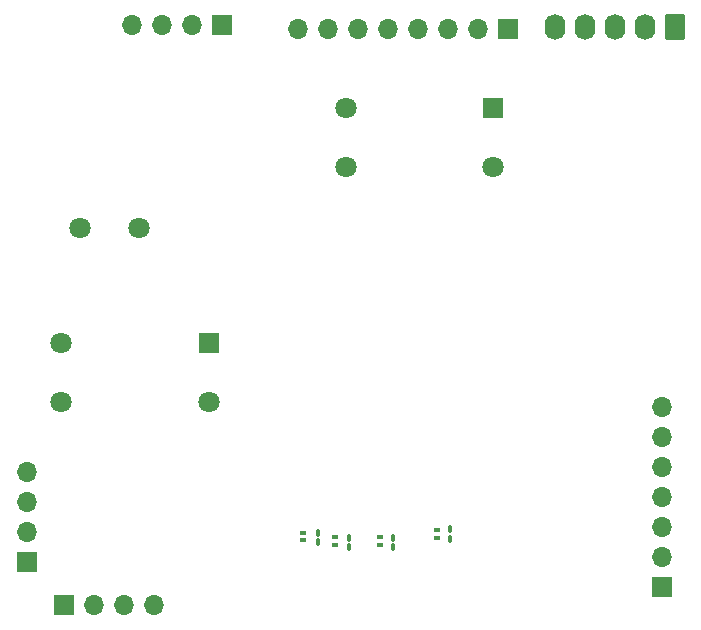
<source format=gbs>
G04 #@! TF.GenerationSoftware,KiCad,Pcbnew,8.0.7*
G04 #@! TF.CreationDate,2025-02-15T14:10:28-06:00*
G04 #@! TF.ProjectId,Rocket,526f636b-6574-42e6-9b69-6361645f7063,rev?*
G04 #@! TF.SameCoordinates,Original*
G04 #@! TF.FileFunction,Soldermask,Bot*
G04 #@! TF.FilePolarity,Negative*
%FSLAX46Y46*%
G04 Gerber Fmt 4.6, Leading zero omitted, Abs format (unit mm)*
G04 Created by KiCad (PCBNEW 8.0.7) date 2025-02-15 14:10:28*
%MOMM*%
%LPD*%
G01*
G04 APERTURE LIST*
G04 Aperture macros list*
%AMRoundRect*
0 Rectangle with rounded corners*
0 $1 Rounding radius*
0 $2 $3 $4 $5 $6 $7 $8 $9 X,Y pos of 4 corners*
0 Add a 4 corners polygon primitive as box body*
4,1,4,$2,$3,$4,$5,$6,$7,$8,$9,$2,$3,0*
0 Add four circle primitives for the rounded corners*
1,1,$1+$1,$2,$3*
1,1,$1+$1,$4,$5*
1,1,$1+$1,$6,$7*
1,1,$1+$1,$8,$9*
0 Add four rect primitives between the rounded corners*
20,1,$1+$1,$2,$3,$4,$5,0*
20,1,$1+$1,$4,$5,$6,$7,0*
20,1,$1+$1,$6,$7,$8,$9,0*
20,1,$1+$1,$8,$9,$2,$3,0*%
G04 Aperture macros list end*
%ADD10R,1.803400X1.803400*%
%ADD11C,1.803400*%
%ADD12RoundRect,0.250000X0.620000X0.845000X-0.620000X0.845000X-0.620000X-0.845000X0.620000X-0.845000X0*%
%ADD13O,1.740000X2.190000*%
%ADD14O,1.700000X1.700000*%
%ADD15R,1.700000X1.700000*%
%ADD16RoundRect,0.100000X-0.100000X0.217500X-0.100000X-0.217500X0.100000X-0.217500X0.100000X0.217500X0*%
%ADD17R,0.558800X0.304800*%
G04 APERTURE END LIST*
D10*
X121871400Y-71000000D03*
D11*
X121871400Y-76000000D03*
X109371400Y-76000000D03*
X109371400Y-71000000D03*
D10*
X145971400Y-51100000D03*
D11*
X145971400Y-56100000D03*
X133471400Y-56100000D03*
X133471400Y-51100000D03*
D12*
X161320000Y-44300000D03*
D13*
X158780000Y-44300000D03*
X156240000Y-44300000D03*
X153700000Y-44300000D03*
X151160000Y-44300000D03*
D14*
X106475000Y-81980000D03*
X106475000Y-84520000D03*
X106475000Y-87060000D03*
D15*
X106475000Y-89600000D03*
X147180000Y-44400000D03*
D14*
X144640000Y-44400000D03*
X142100000Y-44400000D03*
X139560000Y-44400000D03*
X137020000Y-44400000D03*
X134480000Y-44400000D03*
X131940000Y-44400000D03*
X129400000Y-44400000D03*
D15*
X123040000Y-44100000D03*
D14*
X120500000Y-44100000D03*
X117960000Y-44100000D03*
X115420000Y-44100000D03*
D11*
X111000000Y-61300000D03*
X116000000Y-61300000D03*
D15*
X160300000Y-91660000D03*
D14*
X160300000Y-89120000D03*
X160300000Y-86580000D03*
X160300000Y-84040000D03*
X160300000Y-81500000D03*
X160300000Y-78960000D03*
X160300000Y-76420000D03*
D15*
X109620000Y-93200000D03*
D14*
X112160000Y-93200000D03*
X114700000Y-93200000D03*
X117240000Y-93200000D03*
D16*
X133800000Y-87492500D03*
X133800000Y-88307500D03*
D17*
X141200000Y-87517500D03*
X141200000Y-86882500D03*
D16*
X137500000Y-87492500D03*
X137500000Y-88307500D03*
D17*
X136400000Y-88117500D03*
X136400000Y-87482500D03*
D16*
X142300000Y-86792500D03*
X142300000Y-87607500D03*
D17*
X132600000Y-88117500D03*
X132600000Y-87482500D03*
X129900000Y-87717500D03*
X129900000Y-87082500D03*
D16*
X131100000Y-87092500D03*
X131100000Y-87907500D03*
M02*

</source>
